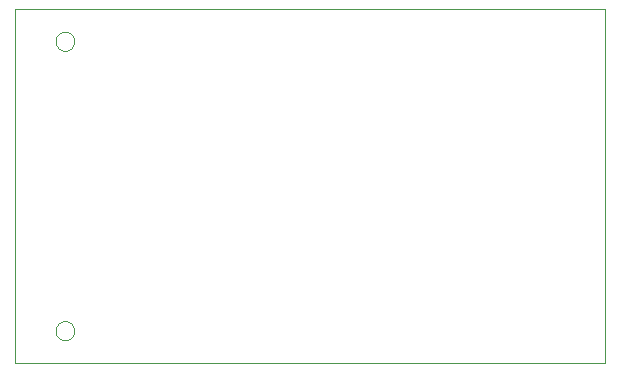
<source format=gbo>
G75*
G70*
%OFA0B0*%
%FSLAX24Y24*%
%IPPOS*%
%LPD*%
%AMOC8*
5,1,8,0,0,1.08239X$1,22.5*
%
%ADD10C,0.0000*%
D10*
X000212Y000141D02*
X000212Y011952D01*
X019897Y011952D01*
X019897Y000141D01*
X000212Y000141D01*
X001570Y001224D02*
X001572Y001259D01*
X001578Y001294D01*
X001588Y001328D01*
X001601Y001361D01*
X001618Y001392D01*
X001639Y001420D01*
X001662Y001447D01*
X001689Y001470D01*
X001717Y001491D01*
X001748Y001508D01*
X001781Y001521D01*
X001815Y001531D01*
X001850Y001537D01*
X001885Y001539D01*
X001920Y001537D01*
X001955Y001531D01*
X001989Y001521D01*
X002022Y001508D01*
X002053Y001491D01*
X002081Y001470D01*
X002108Y001447D01*
X002131Y001420D01*
X002152Y001392D01*
X002169Y001361D01*
X002182Y001328D01*
X002192Y001294D01*
X002198Y001259D01*
X002200Y001224D01*
X002198Y001189D01*
X002192Y001154D01*
X002182Y001120D01*
X002169Y001087D01*
X002152Y001056D01*
X002131Y001028D01*
X002108Y001001D01*
X002081Y000978D01*
X002053Y000957D01*
X002022Y000940D01*
X001989Y000927D01*
X001955Y000917D01*
X001920Y000911D01*
X001885Y000909D01*
X001850Y000911D01*
X001815Y000917D01*
X001781Y000927D01*
X001748Y000940D01*
X001717Y000957D01*
X001689Y000978D01*
X001662Y001001D01*
X001639Y001028D01*
X001618Y001056D01*
X001601Y001087D01*
X001588Y001120D01*
X001578Y001154D01*
X001572Y001189D01*
X001570Y001224D01*
X001570Y010869D02*
X001572Y010904D01*
X001578Y010939D01*
X001588Y010973D01*
X001601Y011006D01*
X001618Y011037D01*
X001639Y011065D01*
X001662Y011092D01*
X001689Y011115D01*
X001717Y011136D01*
X001748Y011153D01*
X001781Y011166D01*
X001815Y011176D01*
X001850Y011182D01*
X001885Y011184D01*
X001920Y011182D01*
X001955Y011176D01*
X001989Y011166D01*
X002022Y011153D01*
X002053Y011136D01*
X002081Y011115D01*
X002108Y011092D01*
X002131Y011065D01*
X002152Y011037D01*
X002169Y011006D01*
X002182Y010973D01*
X002192Y010939D01*
X002198Y010904D01*
X002200Y010869D01*
X002198Y010834D01*
X002192Y010799D01*
X002182Y010765D01*
X002169Y010732D01*
X002152Y010701D01*
X002131Y010673D01*
X002108Y010646D01*
X002081Y010623D01*
X002053Y010602D01*
X002022Y010585D01*
X001989Y010572D01*
X001955Y010562D01*
X001920Y010556D01*
X001885Y010554D01*
X001850Y010556D01*
X001815Y010562D01*
X001781Y010572D01*
X001748Y010585D01*
X001717Y010602D01*
X001689Y010623D01*
X001662Y010646D01*
X001639Y010673D01*
X001618Y010701D01*
X001601Y010732D01*
X001588Y010765D01*
X001578Y010799D01*
X001572Y010834D01*
X001570Y010869D01*
M02*

</source>
